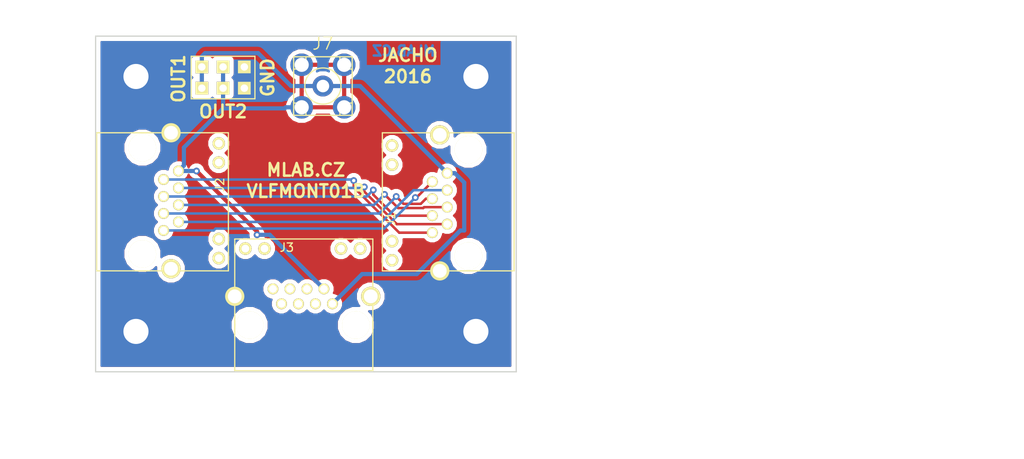
<source format=kicad_pcb>
(kicad_pcb (version 20160815) (host pcbnew "(2016-09-17 revision 679eef1)-makepkg")

  (general
    (links 26)
    (no_connects 1)
    (area -11.176 -44.704 111.252001 10.160001)
    (thickness 1.6)
    (drawings 12)
    (tracks 86)
    (zones 0)
    (modules 9)
    (nets 11)
  )

  (page A4)
  (layers
    (0 F.Cu signal)
    (31 B.Cu signal)
    (32 B.Adhes user)
    (33 F.Adhes user)
    (34 B.Paste user)
    (35 F.Paste user)
    (36 B.SilkS user)
    (37 F.SilkS user)
    (38 B.Mask user)
    (39 F.Mask user)
    (40 Dwgs.User user)
    (41 Cmts.User user)
    (42 Eco1.User user)
    (43 Eco2.User user)
    (44 Edge.Cuts user)
    (45 Margin user)
    (46 B.CrtYd user)
    (47 F.CrtYd user)
    (48 B.Fab user)
    (49 F.Fab user)
  )

  (setup
    (last_trace_width 0.3)
    (user_trace_width 0.3)
    (user_trace_width 0.5)
    (user_trace_width 0.8)
    (user_trace_width 0.9)
    (user_trace_width 1)
    (user_trace_width 1.2)
    (user_trace_width 1.5)
    (user_trace_width 2)
    (trace_clearance 0.2)
    (zone_clearance 0.508)
    (zone_45_only no)
    (trace_min 0.2)
    (segment_width 0.2)
    (edge_width 0.15)
    (via_size 0.8)
    (via_drill 0.4)
    (via_min_size 0.4)
    (via_min_drill 0.3)
    (uvia_size 0.3)
    (uvia_drill 0.1)
    (uvias_allowed no)
    (uvia_min_size 0.2)
    (uvia_min_drill 0.1)
    (pcb_text_width 0.3)
    (pcb_text_size 1.5 1.5)
    (mod_edge_width 0.15)
    (mod_text_size 1 1)
    (mod_text_width 0.15)
    (pad_size 6 6)
    (pad_drill 3)
    (pad_to_mask_clearance 0.2)
    (solder_mask_min_width 0.2)
    (aux_axis_origin 0 0)
    (visible_elements 7FFFFF7F)
    (pcbplotparams
      (layerselection 0x010e0_80000001)
      (usegerberextensions false)
      (excludeedgelayer true)
      (linewidth 0.500000)
      (plotframeref false)
      (viasonmask false)
      (mode 1)
      (useauxorigin false)
      (hpglpennumber 1)
      (hpglpenspeed 20)
      (hpglpendiameter 15)
      (psnegative false)
      (psa4output false)
      (plotreference true)
      (plotvalue true)
      (plotinvisibletext false)
      (padsonsilk false)
      (subtractmaskfromsilk false)
      (outputformat 1)
      (mirror false)
      (drillshape 0)
      (scaleselection 1)
      (outputdirectory ../CAM_PROFI/))
  )

  (net 0 "")
  (net 1 /OUT1)
  (net 2 GND)
  (net 3 /OUT2)
  (net 4 "Net-(J1-Pad2)")
  (net 5 "Net-(J1-Pad4)")
  (net 6 "Net-(J1-Pad6)")
  (net 7 "Net-(J1-Pad8)")
  (net 8 "Net-(J1-Pad3)")
  (net 9 "Net-(J1-Pad5)")
  (net 10 "Net-(J1-Pad7)")

  (net_class Default "Toto je výchozí třída sítě."
    (clearance 0.2)
    (trace_width 0.2)
    (via_dia 0.8)
    (via_drill 0.4)
    (uvia_dia 0.3)
    (uvia_drill 0.1)
    (diff_pair_gap 0.25)
    (diff_pair_width 0.2)
    (add_net /OUT1)
    (add_net /OUT2)
    (add_net GND)
    (add_net "Net-(J1-Pad2)")
    (add_net "Net-(J1-Pad3)")
    (add_net "Net-(J1-Pad4)")
    (add_net "Net-(J1-Pad5)")
    (add_net "Net-(J1-Pad6)")
    (add_net "Net-(J1-Pad7)")
    (add_net "Net-(J1-Pad8)")
  )

  (module Mlab_CON:SMA6251A13G50 (layer F.Cu) (tedit 5817196E) (tstamp 57D67175)
    (at 27.432 -34.417)
    (path /57D68C46)
    (fp_text reference J7 (at 0 -5.1) (layer F.SilkS)
      (effects (font (size 1.5 1.5) (thickness 0.15)))
    )
    (fp_text value SMA (at 0 5.1) (layer F.SilkS) hide
      (effects (font (size 1.5 1.5) (thickness 0.15)))
    )
    (fp_circle (center 0 0) (end -0.11 -2.16) (layer F.SilkS) (width 0.15))
    (fp_line (start 2.03 3.05) (end 3.05 3.05) (layer F.SilkS) (width 0.15))
    (fp_line (start 3.05 3.05) (end 3.05 2.03) (layer F.SilkS) (width 0.15))
    (fp_line (start -2.03 3.05) (end -3.05 3.05) (layer F.SilkS) (width 0.15))
    (fp_line (start -3.05 3.05) (end -3.05 2.03) (layer F.SilkS) (width 0.15))
    (fp_line (start -2.03 -3.05) (end -3.05 -3.05) (layer F.SilkS) (width 0.15))
    (fp_line (start -3.05 -3.05) (end -3.05 -2.03) (layer F.SilkS) (width 0.15))
    (fp_line (start 3.05 -3.05) (end 3.05 -2.03) (layer F.SilkS) (width 0.15))
    (fp_line (start 3.05 -3.05) (end 2.03 -3.05) (layer F.SilkS) (width 0.15))
    (fp_line (start 2.03 3.5) (end 2.03 2.03) (layer F.SilkS) (width 0.15))
    (fp_line (start 2.03 2.03) (end 3.5 2.03) (layer F.SilkS) (width 0.15))
    (fp_line (start -2.03 2.03) (end -2.03 3.5) (layer F.SilkS) (width 0.15))
    (fp_line (start -3.5 2.03) (end -2.03 2.03) (layer F.SilkS) (width 0.15))
    (fp_line (start 2.03 -3.5) (end 2.03 -2.03) (layer F.SilkS) (width 0.15))
    (fp_line (start 2.03 -2.03) (end 3.5 -2.03) (layer F.SilkS) (width 0.15))
    (fp_line (start -2.03 -3.5) (end -2.03 -2.03) (layer F.SilkS) (width 0.15))
    (fp_line (start -2.03 -2.03) (end -3.5 -2.03) (layer F.SilkS) (width 0.15))
    (fp_line (start -3.5 3.5) (end 3.5 3.5) (layer F.SilkS) (width 0.15))
    (fp_line (start 3.5 3.5) (end 3.5 -3.5) (layer F.SilkS) (width 0.15))
    (fp_line (start 3.5 -3.5) (end -3.5 -3.5) (layer F.SilkS) (width 0.15))
    (fp_line (start -3.5 -3.5) (end -3.5 3.5) (layer F.SilkS) (width 0.15))
    (pad 1 thru_hole circle (at 0 0 180) (size 2.5 2.5) (drill 1.5) (layers *.Cu *.Mask)
      (net 1 /OUT1))
    (pad 2 thru_hole circle (at 2.54 2.54 180) (size 2.7 2.7) (drill 1.7) (layers *.Cu *.Mask)
      (net 3 /OUT2))
    (pad 2 thru_hole circle (at -2.54 2.54 180) (size 2.7 2.7) (drill 1.7) (layers *.Cu *.Mask)
      (net 3 /OUT2))
    (pad 2 thru_hole circle (at -2.54 -2.54 180) (size 2.7 2.7) (drill 1.7) (layers *.Cu *.Mask)
      (net 3 /OUT2))
    (pad 2 thru_hole circle (at 2.54 -2.54 180) (size 2.7 2.7) (drill 1.7) (layers *.Cu *.Mask)
      (net 3 /OUT2))
  )

  (module Mlab_Pin_Headers:Straight_2x03 (layer F.Cu) (tedit 58171A22) (tstamp 57D67186)
    (at 15.494 -35.433 90)
    (descr "pin header straight 2x03")
    (tags "pin header straight 2x03")
    (path /57D697CE)
    (fp_text reference J9 (at 0 -5.08 90) (layer F.SilkS) hide
      (effects (font (size 1.5 1.5) (thickness 0.15)))
    )
    (fp_text value JUMP_3X2 (at 0 5.08 90) (layer F.SilkS) hide
      (effects (font (size 1.5 1.5) (thickness 0.15)))
    )
    (fp_text user 1 (at -2.921 -2.54 90) (layer F.SilkS) hide
      (effects (font (size 0.5 0.5) (thickness 0.05)))
    )
    (fp_line (start -2.54 -3.81) (end 2.54 -3.81) (layer F.SilkS) (width 0.15))
    (fp_line (start 2.54 -3.81) (end 2.54 3.81) (layer F.SilkS) (width 0.15))
    (fp_line (start 2.54 3.81) (end -2.54 3.81) (layer F.SilkS) (width 0.15))
    (fp_line (start -2.54 3.81) (end -2.54 -3.81) (layer F.SilkS) (width 0.15))
    (pad 1 thru_hole rect (at -1.27 -2.54 90) (size 1.524 1.524) (drill 0.889) (layers *.Cu *.Mask F.SilkS)
      (net 1 /OUT1))
    (pad 2 thru_hole rect (at 1.27 -2.54 90) (size 1.524 1.524) (drill 0.889) (layers *.Cu *.Mask F.SilkS)
      (net 1 /OUT1))
    (pad 3 thru_hole rect (at -1.27 0 90) (size 1.524 1.524) (drill 0.889) (layers *.Cu *.Mask F.SilkS)
      (net 3 /OUT2))
    (pad 4 thru_hole rect (at 1.27 0 90) (size 1.524 1.524) (drill 0.889) (layers *.Cu *.Mask F.SilkS)
      (net 3 /OUT2))
    (pad 5 thru_hole rect (at -1.27 2.54 90) (size 1.524 1.524) (drill 0.889) (layers *.Cu *.Mask F.SilkS)
      (net 2 GND))
    (pad 6 thru_hole rect (at 1.27 2.54 90) (size 1.524 1.524) (drill 0.889) (layers *.Cu *.Mask F.SilkS)
      (net 2 GND))
    (model Pin_Headers/Pin_Header_Straight_2x03.wrl
      (at (xyz 0 0 0))
      (scale (xyz 1 1 1))
      (rotate (xyz 0 0 90))
    )
  )

  (module Mlab_Mechanical:MountingHole_3mm placed (layer F.Cu) (tedit 5817196E) (tstamp 57D6718B)
    (at 45.72 -35.56)
    (descr "Mounting hole, Befestigungsbohrung, 3mm, No Annular, Kein Restring,")
    (tags "Mounting hole, Befestigungsbohrung, 3mm, No Annular, Kein Restring,")
    (path /57D299A2)
    (fp_text reference M1 (at 0 -4.191) (layer F.SilkS) hide
      (effects (font (thickness 0.3048)))
    )
    (fp_text value HOLE (at 0 4.191) (layer F.SilkS) hide
      (effects (font (thickness 0.3048)))
    )
    (fp_circle (center 0 0) (end 2.99974 0) (layer Cmts.User) (width 0.381))
    (pad 1 thru_hole circle (at 0 0) (size 6 6) (drill 3) (layers *.Cu *.Adhes *.Mask)
      (net 2 GND) (clearance 1) (zone_connect 2))
  )

  (module Mlab_Mechanical:MountingHole_3mm placed (layer F.Cu) (tedit 5817196E) (tstamp 57D67190)
    (at 45.72 -5.08)
    (descr "Mounting hole, Befestigungsbohrung, 3mm, No Annular, Kein Restring,")
    (tags "Mounting hole, Befestigungsbohrung, 3mm, No Annular, Kein Restring,")
    (path /57D2A387)
    (fp_text reference M2 (at 0 -4.191) (layer F.SilkS) hide
      (effects (font (thickness 0.3048)))
    )
    (fp_text value HOLE (at 0 4.191) (layer F.SilkS) hide
      (effects (font (thickness 0.3048)))
    )
    (fp_circle (center 0 0) (end 2.99974 0) (layer Cmts.User) (width 0.381))
    (pad 1 thru_hole circle (at 0 0) (size 6 6) (drill 3) (layers *.Cu *.Adhes *.Mask)
      (net 2 GND) (clearance 1) (zone_connect 2))
  )

  (module Mlab_Mechanical:MountingHole_3mm placed (layer F.Cu) (tedit 5817196E) (tstamp 57D67195)
    (at 5.08 -35.56)
    (descr "Mounting hole, Befestigungsbohrung, 3mm, No Annular, Kein Restring,")
    (tags "Mounting hole, Befestigungsbohrung, 3mm, No Annular, Kein Restring,")
    (path /57D2A075)
    (fp_text reference M3 (at 0 -4.191) (layer F.SilkS) hide
      (effects (font (thickness 0.3048)))
    )
    (fp_text value HOLE (at 0 4.191) (layer F.SilkS) hide
      (effects (font (thickness 0.3048)))
    )
    (fp_circle (center 0 0) (end 2.99974 0) (layer Cmts.User) (width 0.381))
    (pad 1 thru_hole circle (at 0 0) (size 6 6) (drill 3) (layers *.Cu *.Adhes *.Mask)
      (net 2 GND) (clearance 1) (zone_connect 2))
  )

  (module Mlab_Mechanical:MountingHole_3mm placed (layer F.Cu) (tedit 5817196E) (tstamp 57D6719A)
    (at 5.08 -5.08)
    (descr "Mounting hole, Befestigungsbohrung, 3mm, No Annular, Kein Restring,")
    (tags "Mounting hole, Befestigungsbohrung, 3mm, No Annular, Kein Restring,")
    (path /57D2A395)
    (fp_text reference M4 (at 0 -4.191) (layer F.SilkS) hide
      (effects (font (thickness 0.3048)))
    )
    (fp_text value HOLE (at 0 4.191) (layer F.SilkS) hide
      (effects (font (thickness 0.3048)))
    )
    (fp_circle (center 0 0) (end 2.99974 0) (layer Cmts.User) (width 0.381))
    (pad 1 thru_hole circle (at 0 0) (size 6 6) (drill 3) (layers *.Cu *.Adhes *.Mask)
      (net 2 GND) (clearance 1) (zone_connect 2))
  )

  (module "Mlab_CON:RJHSE-5384(RJ45)" (layer F.Cu) (tedit 5817196E) (tstamp 58171224)
    (at 44.831 -14.097 90)
    (path /58170EC6)
    (fp_text reference J1 (at 4.445 -9.271 90) (layer F.SilkS)
      (effects (font (size 1 1) (thickness 0.15)))
    )
    (fp_text value RJ45_RJHSE-5384 (at 6.4516 4.1275 90) (layer F.Fab) hide
      (effects (font (size 1 1) (thickness 0.15)))
    )
    (fp_line (start -1.78 -10.27) (end -1.78 5.46) (layer F.SilkS) (width 0.15))
    (fp_line (start -1.78 5.46) (end 14.73 5.46) (layer F.SilkS) (width 0.15))
    (fp_line (start 14.73 5.46) (end 14.73 -10.29) (layer F.SilkS) (width 0.15))
    (fp_line (start 14.73 -10.29) (end -1.78 -10.29) (layer F.SilkS) (width 0.15))
    (pad "" np_thru_hole circle (at 0 0 90) (size 3.3 3.3) (drill 3.3) (layers *.Cu *.Mask F.SilkS))
    (pad "" np_thru_hole circle (at 12.7 0 90) (size 3.3 3.3) (drill 3.3) (layers *.Cu *.Mask F.SilkS))
    (pad 14 thru_hole circle (at 14.48 -3.43 90) (size 2.3 2.3) (drill 1.65) (layers *.Cu *.Mask F.SilkS))
    (pad 13 thru_hole circle (at -1.78 -3.43 90) (size 2.3 2.3) (drill 1.65) (layers *.Cu *.Mask F.SilkS)
      (net 2 GND))
    (pad 7 thru_hole circle (at 3.81 -2.54 90) (size 1.3 1.3) (drill 0.93) (layers *.Cu *.Mask F.SilkS)
      (net 10 "Net-(J1-Pad7)"))
    (pad 5 thru_hole circle (at 5.84 -2.54 90) (size 1.3 1.3) (drill 0.93) (layers *.Cu *.Mask F.SilkS)
      (net 9 "Net-(J1-Pad5)"))
    (pad 3 thru_hole circle (at 7.87 -2.54 90) (size 1.3 1.3) (drill 0.93) (layers *.Cu *.Mask F.SilkS)
      (net 8 "Net-(J1-Pad3)"))
    (pad 1 thru_hole circle (at 9.9 -2.54 90) (size 1.3 1.3) (drill 0.93) (layers *.Cu *.Mask F.SilkS)
      (net 1 /OUT1))
    (pad 8 thru_hole circle (at 2.79 -4.32 90) (size 1.3 1.3) (drill 0.93) (layers *.Cu *.Mask F.SilkS)
      (net 7 "Net-(J1-Pad8)"))
    (pad 6 thru_hole circle (at 4.82 -4.32 90) (size 1.3 1.3) (drill 0.93) (layers *.Cu *.Mask F.SilkS)
      (net 6 "Net-(J1-Pad6)"))
    (pad 4 thru_hole circle (at 6.85 -4.32 90) (size 1.3 1.3) (drill 0.93) (layers *.Cu *.Mask F.SilkS)
      (net 5 "Net-(J1-Pad4)"))
    (pad 2 thru_hole circle (at 8.88 -4.32 90) (size 1.3 1.3) (drill 0.93) (layers *.Cu *.Mask F.SilkS)
      (net 4 "Net-(J1-Pad2)"))
    (pad 9 thru_hole circle (at 13.21 -9.14 90) (size 1.5 1.5) (drill 0.93) (layers *.Cu *.Mask F.SilkS))
    (pad 10 thru_hole circle (at 10.92 -9.14 90) (size 1.5 1.5) (drill 0.93) (layers *.Cu *.Mask F.SilkS))
    (pad 11 thru_hole circle (at 1.78 -9.14 90) (size 1.5 1.5) (drill 0.93) (layers *.Cu *.Mask F.SilkS))
    (pad 12 thru_hole circle (at -0.51 -9.14 90) (size 1.5 1.5) (drill 0.93) (layers *.Cu *.Mask F.SilkS))
  )

  (module "Mlab_CON:RJHSE-5384(RJ45)" (layer F.Cu) (tedit 5817196E) (tstamp 5817123B)
    (at 5.842 -27.051 270)
    (path /58171334)
    (fp_text reference J2 (at 4.445 -9.271 270) (layer F.SilkS)
      (effects (font (size 1 1) (thickness 0.15)))
    )
    (fp_text value RJ45_RJHSE-5384 (at 6.4516 4.1275 270) (layer F.Fab) hide
      (effects (font (size 1 1) (thickness 0.15)))
    )
    (fp_line (start 14.73 -10.29) (end -1.78 -10.29) (layer F.SilkS) (width 0.15))
    (fp_line (start 14.73 5.46) (end 14.73 -10.29) (layer F.SilkS) (width 0.15))
    (fp_line (start -1.78 5.46) (end 14.73 5.46) (layer F.SilkS) (width 0.15))
    (fp_line (start -1.78 -10.27) (end -1.78 5.46) (layer F.SilkS) (width 0.15))
    (pad 12 thru_hole circle (at -0.51 -9.14 270) (size 1.5 1.5) (drill 0.93) (layers *.Cu *.Mask F.SilkS))
    (pad 11 thru_hole circle (at 1.78 -9.14 270) (size 1.5 1.5) (drill 0.93) (layers *.Cu *.Mask F.SilkS))
    (pad 10 thru_hole circle (at 10.92 -9.14 270) (size 1.5 1.5) (drill 0.93) (layers *.Cu *.Mask F.SilkS))
    (pad 9 thru_hole circle (at 13.21 -9.14 270) (size 1.5 1.5) (drill 0.93) (layers *.Cu *.Mask F.SilkS))
    (pad 2 thru_hole circle (at 8.88 -4.32 270) (size 1.3 1.3) (drill 0.93) (layers *.Cu *.Mask F.SilkS)
      (net 8 "Net-(J1-Pad3)"))
    (pad 4 thru_hole circle (at 6.85 -4.32 270) (size 1.3 1.3) (drill 0.93) (layers *.Cu *.Mask F.SilkS)
      (net 9 "Net-(J1-Pad5)"))
    (pad 6 thru_hole circle (at 4.82 -4.32 270) (size 1.3 1.3) (drill 0.93) (layers *.Cu *.Mask F.SilkS)
      (net 10 "Net-(J1-Pad7)"))
    (pad 8 thru_hole circle (at 2.79 -4.32 270) (size 1.3 1.3) (drill 0.93) (layers *.Cu *.Mask F.SilkS)
      (net 3 /OUT2))
    (pad 1 thru_hole circle (at 9.9 -2.54 270) (size 1.3 1.3) (drill 0.93) (layers *.Cu *.Mask F.SilkS)
      (net 4 "Net-(J1-Pad2)"))
    (pad 3 thru_hole circle (at 7.87 -2.54 270) (size 1.3 1.3) (drill 0.93) (layers *.Cu *.Mask F.SilkS)
      (net 5 "Net-(J1-Pad4)"))
    (pad 5 thru_hole circle (at 5.84 -2.54 270) (size 1.3 1.3) (drill 0.93) (layers *.Cu *.Mask F.SilkS)
      (net 6 "Net-(J1-Pad6)"))
    (pad 7 thru_hole circle (at 3.81 -2.54 270) (size 1.3 1.3) (drill 0.93) (layers *.Cu *.Mask F.SilkS)
      (net 7 "Net-(J1-Pad8)"))
    (pad 13 thru_hole circle (at -1.78 -3.43 270) (size 2.3 2.3) (drill 1.65) (layers *.Cu *.Mask F.SilkS)
      (net 2 GND))
    (pad 14 thru_hole circle (at 14.48 -3.43 270) (size 2.3 2.3) (drill 1.65) (layers *.Cu *.Mask F.SilkS))
    (pad "" np_thru_hole circle (at 12.7 0 270) (size 3.3 3.3) (drill 3.3) (layers *.Cu *.Mask F.SilkS))
    (pad "" np_thru_hole circle (at 0 0 270) (size 3.3 3.3) (drill 3.3) (layers *.Cu *.Mask F.SilkS))
  )

  (module "Mlab_CON:RJHSE-5384(RJ45)" (layer F.Cu) (tedit 5817196E) (tstamp 58171252)
    (at 18.669 -5.842)
    (path /58171450)
    (fp_text reference J3 (at 4.445 -9.271) (layer F.SilkS)
      (effects (font (size 1 1) (thickness 0.15)))
    )
    (fp_text value RJ45_RJHSE-5384 (at 6.4516 4.1275) (layer F.Fab) hide
      (effects (font (size 1 1) (thickness 0.15)))
    )
    (fp_line (start -1.78 -10.27) (end -1.78 5.46) (layer F.SilkS) (width 0.15))
    (fp_line (start -1.78 5.46) (end 14.73 5.46) (layer F.SilkS) (width 0.15))
    (fp_line (start 14.73 5.46) (end 14.73 -10.29) (layer F.SilkS) (width 0.15))
    (fp_line (start 14.73 -10.29) (end -1.78 -10.29) (layer F.SilkS) (width 0.15))
    (pad "" np_thru_hole circle (at 0 0) (size 3.3 3.3) (drill 3.3) (layers *.Cu *.Mask F.SilkS))
    (pad "" np_thru_hole circle (at 12.7 0) (size 3.3 3.3) (drill 3.3) (layers *.Cu *.Mask F.SilkS))
    (pad 14 thru_hole circle (at 14.48 -3.43) (size 2.3 2.3) (drill 1.65) (layers *.Cu *.Mask F.SilkS))
    (pad 13 thru_hole circle (at -1.78 -3.43) (size 2.3 2.3) (drill 1.65) (layers *.Cu *.Mask F.SilkS)
      (net 2 GND))
    (pad 7 thru_hole circle (at 3.81 -2.54) (size 1.3 1.3) (drill 0.93) (layers *.Cu *.Mask F.SilkS))
    (pad 5 thru_hole circle (at 5.84 -2.54) (size 1.3 1.3) (drill 0.93) (layers *.Cu *.Mask F.SilkS))
    (pad 3 thru_hole circle (at 7.87 -2.54) (size 1.3 1.3) (drill 0.93) (layers *.Cu *.Mask F.SilkS))
    (pad 1 thru_hole circle (at 9.9 -2.54) (size 1.3 1.3) (drill 0.93) (layers *.Cu *.Mask F.SilkS)
      (net 1 /OUT1))
    (pad 8 thru_hole circle (at 2.79 -4.32) (size 1.3 1.3) (drill 0.93) (layers *.Cu *.Mask F.SilkS))
    (pad 6 thru_hole circle (at 4.82 -4.32) (size 1.3 1.3) (drill 0.93) (layers *.Cu *.Mask F.SilkS))
    (pad 4 thru_hole circle (at 6.85 -4.32) (size 1.3 1.3) (drill 0.93) (layers *.Cu *.Mask F.SilkS))
    (pad 2 thru_hole circle (at 8.88 -4.32) (size 1.3 1.3) (drill 0.93) (layers *.Cu *.Mask F.SilkS)
      (net 3 /OUT2))
    (pad 9 thru_hole circle (at 13.21 -9.14) (size 1.5 1.5) (drill 0.93) (layers *.Cu *.Mask F.SilkS))
    (pad 10 thru_hole circle (at 10.92 -9.14) (size 1.5 1.5) (drill 0.93) (layers *.Cu *.Mask F.SilkS))
    (pad 11 thru_hole circle (at 1.78 -9.14) (size 1.5 1.5) (drill 0.93) (layers *.Cu *.Mask F.SilkS))
    (pad 12 thru_hole circle (at -0.51 -9.14) (size 1.5 1.5) (drill 0.93) (layers *.Cu *.Mask F.SilkS))
  )

  (gr_text MLAB.CZ (at 37.084 -38.608) (layer B.Cu)
    (effects (font (size 1.2 1.2) (thickness 0.3)) (justify mirror))
  )
  (gr_text 2016 (at 37.592 -35.56) (layer F.SilkS)
    (effects (font (size 1.5 1.5) (thickness 0.3)))
  )
  (gr_text JACHO (at 37.592 -38.1) (layer F.SilkS)
    (effects (font (size 1.5 1.5) (thickness 0.3)))
  )
  (gr_text VLFMONT01B (at 25.4 -21.844) (layer F.SilkS)
    (effects (font (size 1.5 1.5) (thickness 0.3)))
  )
  (gr_text MLAB.CZ (at 25.4 -24.384) (layer F.SilkS)
    (effects (font (size 1.5 1.5) (thickness 0.3)))
  )
  (gr_text GND (at 20.828 -35.433 90) (layer F.SilkS)
    (effects (font (size 1.5 1.5) (thickness 0.3)))
  )
  (gr_text OUT2 (at 15.494 -31.369) (layer F.SilkS)
    (effects (font (size 1.5 1.5) (thickness 0.3)))
  )
  (gr_text OUT1 (at 10.16 -35.306 90) (layer F.SilkS)
    (effects (font (size 1.5 1.5) (thickness 0.3)))
  )
  (gr_line (start 0.254 -0.254) (end 0.254 -40.386) (angle 90) (layer Edge.Cuts) (width 0.15))
  (gr_line (start 50.546 -0.254) (end 0.254 -0.254) (angle 90) (layer Edge.Cuts) (width 0.15))
  (gr_line (start 50.546 -40.386) (end 50.546 -0.254) (angle 90) (layer Edge.Cuts) (width 0.15))
  (gr_line (start 0.254 -40.386) (end 50.546 -40.386) (angle 90) (layer Edge.Cuts) (width 0.15))

  (segment (start 42.291 -23.997) (end 31.871 -34.417) (width 0.5) (layer B.Cu) (net 1))
  (segment (start 31.871 -34.417) (end 27.432 -34.417) (width 0.5) (layer B.Cu) (net 1))
  (segment (start 38.653998 -11.938) (end 32.125 -11.938) (width 0.5) (layer B.Cu) (net 1))
  (segment (start 32.125 -11.938) (end 28.569 -8.382) (width 0.5) (layer B.Cu) (net 1))
  (segment (start 44.323 -17.145) (end 43.860998 -17.145) (width 0.5) (layer B.Cu) (net 1))
  (segment (start 43.860998 -17.145) (end 38.653998 -11.938) (width 0.5) (layer B.Cu) (net 1))
  (segment (start 44.323 -22.884238) (end 44.323 -17.145) (width 0.5) (layer B.Cu) (net 1))
  (segment (start 42.291 -23.997) (end 43.210238 -23.997) (width 0.5) (layer B.Cu) (net 1))
  (segment (start 43.210238 -23.997) (end 44.323 -22.884238) (width 0.5) (layer B.Cu) (net 1))
  (segment (start 12.954 -34.163) (end 12.954 -36.703) (width 0.5) (layer B.Cu) (net 1))
  (segment (start 19.685 -38.354) (end 13.343 -38.354) (width 0.5) (layer B.Cu) (net 1))
  (segment (start 13.343 -38.354) (end 12.954 -37.965) (width 0.5) (layer B.Cu) (net 1))
  (segment (start 12.954 -37.965) (end 12.954 -36.703) (width 0.5) (layer B.Cu) (net 1))
  (segment (start 23.622 -34.417) (end 19.685 -38.354) (width 0.5) (layer B.Cu) (net 1))
  (segment (start 27.432 -34.417) (end 23.622 -34.417) (width 0.5) (layer B.Cu) (net 1))
  (segment (start 19.558 -16.630001) (end 21.080999 -16.630001) (width 0.5) (layer B.Cu) (net 3))
  (segment (start 21.080999 -16.630001) (end 27.549 -10.162) (width 0.5) (layer B.Cu) (net 3))
  (segment (start 12.319 -24.257) (end 19.558 -17.018) (width 0.5) (layer F.Cu) (net 3))
  (segment (start 19.558 -17.018) (end 19.558 -16.630001) (width 0.5) (layer F.Cu) (net 3))
  (via (at 19.558 -16.630001) (size 0.8) (drill 0.4) (layers F.Cu B.Cu) (net 3))
  (segment (start 10.162 -24.261) (end 12.315 -24.261) (width 0.5) (layer B.Cu) (net 3))
  (segment (start 12.315 -24.261) (end 12.319 -24.257) (width 0.5) (layer B.Cu) (net 3))
  (via (at 12.319 -24.257) (size 0.8) (drill 0.4) (layers F.Cu B.Cu) (net 3))
  (segment (start 24.892 -31.877) (end 22.982812 -31.877) (width 0.5) (layer B.Cu) (net 3))
  (segment (start 22.982812 -31.877) (end 22.855812 -31.75) (width 0.5) (layer B.Cu) (net 3))
  (segment (start 22.855812 -31.75) (end 15.494 -31.75) (width 0.5) (layer B.Cu) (net 3))
  (segment (start 24.892 -31.877) (end 24.892 -33.786188) (width 0.5) (layer F.Cu) (net 3))
  (segment (start 24.892 -33.786188) (end 24.892 -36.957) (width 0.5) (layer F.Cu) (net 3))
  (segment (start 29.972 -31.877) (end 24.892 -31.877) (width 0.5) (layer F.Cu) (net 3))
  (segment (start 29.972 -36.957) (end 29.972 -35.047812) (width 0.5) (layer F.Cu) (net 3))
  (segment (start 29.972 -35.047812) (end 29.972 -31.877) (width 0.5) (layer F.Cu) (net 3))
  (segment (start 24.892 -36.957) (end 29.972 -36.957) (width 0.5) (layer F.Cu) (net 3))
  (segment (start 15.494 -34.163) (end 15.494 -36.703) (width 0.5) (layer B.Cu) (net 3))
  (segment (start 10.811999 -27.067999) (end 15.494 -31.75) (width 0.5) (layer B.Cu) (net 3))
  (segment (start 15.494 -31.75) (end 15.494 -34.163) (width 0.5) (layer B.Cu) (net 3))
  (segment (start 10.162 -24.261) (end 10.811999 -24.910999) (width 0.5) (layer B.Cu) (net 3))
  (segment (start 10.811999 -24.910999) (end 10.811999 -27.067999) (width 0.5) (layer B.Cu) (net 3))
  (segment (start 40.511 -22.977) (end 38.616 -21.082) (width 0.3) (layer F.Cu) (net 4))
  (via (at 38.481 -21.082) (size 0.8) (drill 0.4) (layers F.Cu B.Cu) (net 4))
  (segment (start 38.616 -21.082) (end 38.481 -21.082) (width 0.3) (layer F.Cu) (net 4))
  (segment (start 8.382 -17.151) (end 14.373998 -17.151) (width 0.3) (layer B.Cu) (net 4))
  (segment (start 14.373998 -17.151) (end 14.602999 -17.380001) (width 0.3) (layer B.Cu) (net 4))
  (segment (start 34.779001 -17.380001) (end 38.081001 -20.682001) (width 0.3) (layer B.Cu) (net 4))
  (segment (start 14.602999 -17.380001) (end 34.779001 -17.380001) (width 0.3) (layer B.Cu) (net 4))
  (segment (start 38.081001 -20.682001) (end 38.481 -21.082) (width 0.3) (layer B.Cu) (net 4))
  (segment (start 40.511 -20.947) (end 39.743 -20.947) (width 0.3) (layer F.Cu) (net 5))
  (segment (start 39.743 -20.947) (end 39.127993 -20.331993) (width 0.3) (layer F.Cu) (net 5))
  (segment (start 39.127993 -20.331993) (end 37.072007 -20.331993) (width 0.3) (layer F.Cu) (net 5))
  (segment (start 37.072007 -20.331993) (end 36.594999 -20.809001) (width 0.3) (layer F.Cu) (net 5))
  (segment (start 36.594999 -20.809001) (end 36.195 -21.209) (width 0.3) (layer F.Cu) (net 5))
  (segment (start 35.795001 -20.809001) (end 36.195 -21.209) (width 0.3) (layer B.Cu) (net 5))
  (segment (start 34.167 -19.181) (end 35.795001 -20.809001) (width 0.3) (layer B.Cu) (net 5))
  (segment (start 8.382 -19.181) (end 34.167 -19.181) (width 0.3) (layer B.Cu) (net 5))
  (via (at 36.195 -21.209) (size 0.8) (drill 0.4) (layers F.Cu B.Cu) (net 5))
  (segment (start 33.455463 -21.426035) (end 33.455463 -21.99172) (width 0.3) (layer F.Cu) (net 6))
  (segment (start 35.964498 -18.917) (end 33.455463 -21.426035) (width 0.3) (layer F.Cu) (net 6))
  (segment (start 40.511 -18.917) (end 35.964498 -18.917) (width 0.3) (layer F.Cu) (net 6))
  (segment (start 32.674743 -21.211) (end 33.055464 -21.591721) (width 0.3) (layer B.Cu) (net 6))
  (segment (start 8.382 -21.211) (end 32.674743 -21.211) (width 0.3) (layer B.Cu) (net 6))
  (via (at 33.455463 -21.99172) (size 0.8) (drill 0.4) (layers F.Cu B.Cu) (net 6))
  (segment (start 33.055464 -21.591721) (end 33.455463 -21.99172) (width 0.3) (layer B.Cu) (net 6))
  (segment (start 31.115 -22.548315) (end 31.115 -23.114) (width 0.3) (layer F.Cu) (net 7))
  (segment (start 31.115 -22.319002) (end 31.115 -22.548315) (width 0.3) (layer F.Cu) (net 7))
  (segment (start 36.547002 -16.887) (end 31.115 -22.319002) (width 0.3) (layer F.Cu) (net 7))
  (segment (start 40.511 -16.887) (end 36.547002 -16.887) (width 0.3) (layer F.Cu) (net 7))
  (segment (start 30.988 -23.241) (end 31.115 -23.114) (width 0.3) (layer B.Cu) (net 7))
  (segment (start 8.382 -23.241) (end 30.988 -23.241) (width 0.3) (layer B.Cu) (net 7))
  (via (at 31.115 -23.114) (size 0.8) (drill 0.4) (layers F.Cu B.Cu) (net 7))
  (segment (start 10.162 -18.171) (end 34.459996 -18.171) (width 0.3) (layer B.Cu) (net 8))
  (segment (start 34.459996 -18.171) (end 38.255996 -21.967) (width 0.3) (layer B.Cu) (net 8))
  (segment (start 38.255996 -21.967) (end 42.291 -21.967) (width 0.3) (layer B.Cu) (net 8))
  (segment (start 35.197999 -21.062997) (end 34.798 -21.462996) (width 0.3) (layer F.Cu) (net 9))
  (segment (start 42.291 -19.937) (end 39.534128 -19.937) (width 0.3) (layer F.Cu) (net 9))
  (segment (start 33.536004 -20.201) (end 34.398001 -21.062997) (width 0.3) (layer B.Cu) (net 9))
  (segment (start 36.429012 -19.831984) (end 35.197999 -21.062997) (width 0.3) (layer F.Cu) (net 9))
  (via (at 34.798 -21.462996) (size 0.8) (drill 0.4) (layers F.Cu B.Cu) (net 9))
  (segment (start 10.162 -20.201) (end 33.536004 -20.201) (width 0.3) (layer B.Cu) (net 9))
  (segment (start 39.429112 -19.831984) (end 36.429012 -19.831984) (width 0.3) (layer F.Cu) (net 9))
  (segment (start 39.534128 -19.937) (end 39.429112 -19.831984) (width 0.3) (layer F.Cu) (net 9))
  (segment (start 34.398001 -21.062997) (end 34.798 -21.462996) (width 0.3) (layer B.Cu) (net 9))
  (segment (start 36.264311 -17.907) (end 32.385 -21.786311) (width 0.3) (layer F.Cu) (net 10))
  (segment (start 42.291 -17.907) (end 36.264311 -17.907) (width 0.3) (layer F.Cu) (net 10))
  (segment (start 32.385 -21.786311) (end 32.385 -22.351996) (width 0.3) (layer F.Cu) (net 10))
  (segment (start 10.162 -22.231) (end 32.264004 -22.231) (width 0.3) (layer B.Cu) (net 10))
  (segment (start 32.264004 -22.231) (end 32.385 -22.351996) (width 0.3) (layer B.Cu) (net 10))
  (via (at 32.385 -22.351996) (size 0.8) (drill 0.4) (layers F.Cu B.Cu) (net 10))

  (zone (net 2) (net_name GND) (layer F.Cu) (tstamp 0) (hatch edge 0.508)
    (connect_pads yes (clearance 0.508))
    (min_thickness 0.254)
    (fill yes (arc_segments 16) (thermal_gap 0.508) (thermal_bridge_width 0.508))
    (polygon
      (pts
        (xy -1.016 -41.656) (xy 88.392 -41.656) (xy 88.392 2.032) (xy -2.54 2.032)
      )
    )
    (filled_polygon
      (pts
        (xy 49.836 -0.964) (xy 0.964 -0.964) (xy 0.964 -5.389479) (xy 16.383604 -5.389479) (xy 16.730742 -4.549342)
        (xy 17.372961 -3.906001) (xy 18.212491 -3.557397) (xy 19.121521 -3.556604) (xy 19.961658 -3.903742) (xy 20.604999 -4.545961)
        (xy 20.953603 -5.385491) (xy 20.953606 -5.389479) (xy 29.083604 -5.389479) (xy 29.430742 -4.549342) (xy 30.072961 -3.906001)
        (xy 30.912491 -3.557397) (xy 31.821521 -3.556604) (xy 32.661658 -3.903742) (xy 33.304999 -4.545961) (xy 33.653603 -5.385491)
        (xy 33.654396 -6.294521) (xy 33.307258 -7.134658) (xy 32.955362 -7.487169) (xy 33.502501 -7.486691) (xy 34.1588 -7.757868)
        (xy 34.661367 -8.259559) (xy 34.933689 -8.915384) (xy 34.934309 -9.625501) (xy 34.663132 -10.2818) (xy 34.161441 -10.784367)
        (xy 33.505616 -11.056689) (xy 32.795499 -11.057309) (xy 32.1392 -10.786132) (xy 31.636633 -10.284441) (xy 31.364311 -9.628616)
        (xy 31.363691 -8.918499) (xy 31.634868 -8.2622) (xy 31.77018 -8.126651) (xy 30.916479 -8.127396) (xy 30.076342 -7.780258)
        (xy 29.433001 -7.138039) (xy 29.084397 -6.298509) (xy 29.083604 -5.389479) (xy 20.953606 -5.389479) (xy 20.954396 -6.294521)
        (xy 20.607258 -7.134658) (xy 19.965039 -7.777999) (xy 19.125509 -8.126603) (xy 18.216479 -8.127396) (xy 17.376342 -7.780258)
        (xy 16.733001 -7.138039) (xy 16.384397 -6.298509) (xy 16.383604 -5.389479) (xy 0.964 -5.389479) (xy 0.964 -9.907519)
        (xy 20.173777 -9.907519) (xy 20.368995 -9.435057) (xy 20.730155 -9.073265) (xy 21.202276 -8.877223) (xy 21.293224 -8.877144)
        (xy 21.194223 -8.638724) (xy 21.193777 -8.127519) (xy 21.388995 -7.655057) (xy 21.750155 -7.293265) (xy 22.222276 -7.097223)
        (xy 22.733481 -7.096777) (xy 23.205943 -7.291995) (xy 23.494186 -7.579734) (xy 23.780155 -7.293265) (xy 24.252276 -7.097223)
        (xy 24.763481 -7.096777) (xy 25.235943 -7.291995) (xy 25.524186 -7.579734) (xy 25.810155 -7.293265) (xy 26.282276 -7.097223)
        (xy 26.793481 -7.096777) (xy 27.265943 -7.291995) (xy 27.554186 -7.579734) (xy 27.840155 -7.293265) (xy 28.312276 -7.097223)
        (xy 28.823481 -7.096777) (xy 29.295943 -7.291995) (xy 29.657735 -7.653155) (xy 29.853777 -8.125276) (xy 29.854223 -8.636481)
        (xy 29.659005 -9.108943) (xy 29.297845 -9.470735) (xy 28.825724 -9.666777) (xy 28.734776 -9.666856) (xy 28.833777 -9.905276)
        (xy 28.834223 -10.416481) (xy 28.639005 -10.888943) (xy 28.277845 -11.250735) (xy 27.805724 -11.446777) (xy 27.294519 -11.447223)
        (xy 26.822057 -11.252005) (xy 26.533814 -10.964266) (xy 26.247845 -11.250735) (xy 25.775724 -11.446777) (xy 25.264519 -11.447223)
        (xy 24.792057 -11.252005) (xy 24.503814 -10.964266) (xy 24.217845 -11.250735) (xy 23.745724 -11.446777) (xy 23.234519 -11.447223)
        (xy 22.762057 -11.252005) (xy 22.473814 -10.964266) (xy 22.187845 -11.250735) (xy 21.715724 -11.446777) (xy 21.204519 -11.447223)
        (xy 20.732057 -11.252005) (xy 20.370265 -10.890845) (xy 20.174223 -10.418724) (xy 20.173777 -9.907519) (xy 0.964 -9.907519)
        (xy 0.964 -13.898479) (xy 3.556604 -13.898479) (xy 3.903742 -13.058342) (xy 4.545961 -12.415001) (xy 5.385491 -12.066397)
        (xy 6.294521 -12.065604) (xy 7.134658 -12.412742) (xy 7.487169 -12.764638) (xy 7.486691 -12.217499) (xy 7.757868 -11.5612)
        (xy 8.259559 -11.058633) (xy 8.915384 -10.786311) (xy 9.625501 -10.785691) (xy 10.2818 -11.056868) (xy 10.784367 -11.558559)
        (xy 11.056689 -12.214384) (xy 11.057309 -12.924501) (xy 10.786132 -13.5808) (xy 10.284441 -14.083367) (xy 9.628616 -14.355689)
        (xy 8.918499 -14.356309) (xy 8.2622 -14.085132) (xy 8.126651 -13.94982) (xy 8.127396 -14.803521) (xy 7.780258 -15.643658)
        (xy 7.567573 -15.856715) (xy 13.59676 -15.856715) (xy 13.807169 -15.347485) (xy 14.168313 -14.985711) (xy 13.808539 -14.626564)
        (xy 13.597241 -14.117702) (xy 13.59676 -13.566715) (xy 13.807169 -13.057485) (xy 14.196436 -12.667539) (xy 14.705298 -12.456241)
        (xy 15.256285 -12.45576) (xy 15.765515 -12.666169) (xy 16.155461 -13.055436) (xy 16.366759 -13.564298) (xy 16.36724 -14.115285)
        (xy 16.156831 -14.624515) (xy 15.795687 -14.986289) (xy 16.155461 -15.345436) (xy 16.366759 -15.854298) (xy 16.36724 -16.405285)
        (xy 16.156831 -16.914515) (xy 15.767564 -17.304461) (xy 15.258702 -17.515759) (xy 14.707715 -17.51624) (xy 14.198485 -17.305831)
        (xy 13.808539 -16.916564) (xy 13.597241 -16.407702) (xy 13.59676 -15.856715) (xy 7.567573 -15.856715) (xy 7.138039 -16.286999)
        (xy 6.298509 -16.635603) (xy 5.389479 -16.636396) (xy 4.549342 -16.289258) (xy 3.906001 -15.647039) (xy 3.557397 -14.807509)
        (xy 3.556604 -13.898479) (xy 0.964 -13.898479) (xy 0.964 -22.986519) (xy 7.096777 -22.986519) (xy 7.291995 -22.514057)
        (xy 7.579734 -22.225814) (xy 7.293265 -21.939845) (xy 7.097223 -21.467724) (xy 7.096777 -20.956519) (xy 7.291995 -20.484057)
        (xy 7.579734 -20.195814) (xy 7.293265 -19.909845) (xy 7.097223 -19.437724) (xy 7.096777 -18.926519) (xy 7.291995 -18.454057)
        (xy 7.579734 -18.165814) (xy 7.293265 -17.879845) (xy 7.097223 -17.407724) (xy 7.096777 -16.896519) (xy 7.291995 -16.424057)
        (xy 7.653155 -16.062265) (xy 8.125276 -15.866223) (xy 8.636481 -15.865777) (xy 9.108943 -16.060995) (xy 9.470735 -16.422155)
        (xy 9.666777 -16.894276) (xy 9.666856 -16.985224) (xy 9.905276 -16.886223) (xy 10.416481 -16.885777) (xy 10.888943 -17.080995)
        (xy 11.250735 -17.442155) (xy 11.446777 -17.914276) (xy 11.447223 -18.425481) (xy 11.252005 -18.897943) (xy 10.964266 -19.186186)
        (xy 11.250735 -19.472155) (xy 11.446777 -19.944276) (xy 11.447223 -20.455481) (xy 11.252005 -20.927943) (xy 10.964266 -21.216186)
        (xy 11.250735 -21.502155) (xy 11.446777 -21.974276) (xy 11.447223 -22.485481) (xy 11.252005 -22.957943) (xy 10.964266 -23.246186)
        (xy 11.250735 -23.532155) (xy 11.374988 -23.831388) (xy 11.441058 -23.671485) (xy 11.731954 -23.380081) (xy 12.095151 -23.229269)
        (xy 18.523149 -16.801272) (xy 18.522821 -16.42503) (xy 18.569927 -16.311024) (xy 18.435702 -16.366759) (xy 17.884715 -16.36724)
        (xy 17.375485 -16.156831) (xy 16.985539 -15.767564) (xy 16.774241 -15.258702) (xy 16.77376 -14.707715) (xy 16.984169 -14.198485)
        (xy 17.373436 -13.808539) (xy 17.882298 -13.597241) (xy 18.433285 -13.59676) (xy 18.942515 -13.807169) (xy 19.304289 -14.168313)
        (xy 19.663436 -13.808539) (xy 20.172298 -13.597241) (xy 20.723285 -13.59676) (xy 21.232515 -13.807169) (xy 21.622461 -14.196436)
        (xy 21.833759 -14.705298) (xy 21.833761 -14.707715) (xy 28.20376 -14.707715) (xy 28.414169 -14.198485) (xy 28.803436 -13.808539)
        (xy 29.312298 -13.597241) (xy 29.863285 -13.59676) (xy 30.372515 -13.807169) (xy 30.734289 -14.168313) (xy 31.093436 -13.808539)
        (xy 31.602298 -13.597241) (xy 32.153285 -13.59676) (xy 32.662515 -13.807169) (xy 33.052461 -14.196436) (xy 33.263759 -14.705298)
        (xy 33.26424 -15.256285) (xy 33.053831 -15.765515) (xy 32.664564 -16.155461) (xy 32.155702 -16.366759) (xy 31.604715 -16.36724)
        (xy 31.095485 -16.156831) (xy 30.733711 -15.795687) (xy 30.374564 -16.155461) (xy 29.865702 -16.366759) (xy 29.314715 -16.36724)
        (xy 28.805485 -16.156831) (xy 28.415539 -15.767564) (xy 28.204241 -15.258702) (xy 28.20376 -14.707715) (xy 21.833761 -14.707715)
        (xy 21.83424 -15.256285) (xy 21.623831 -15.765515) (xy 21.234564 -16.155461) (xy 20.725702 -16.366759) (xy 20.56943 -16.366895)
        (xy 20.59282 -16.423224) (xy 20.593179 -16.834972) (xy 20.435942 -17.215516) (xy 20.395691 -17.255837) (xy 20.385747 -17.305831)
        (xy 20.375633 -17.356675) (xy 20.18379 -17.64379) (xy 20.183787 -17.643792) (xy 14.918551 -22.909029) (xy 30.079821 -22.909029)
        (xy 30.237058 -22.528485) (xy 30.33 -22.435381) (xy 30.33 -22.319002) (xy 30.389755 -22.018595) (xy 30.559921 -21.763923)
        (xy 35.165432 -17.158412) (xy 34.907485 -17.051831) (xy 34.517539 -16.662564) (xy 34.306241 -16.153702) (xy 34.30576 -15.602715)
        (xy 34.516169 -15.093485) (xy 34.877313 -14.731711) (xy 34.517539 -14.372564) (xy 34.306241 -13.863702) (xy 34.30576 -13.312715)
        (xy 34.516169 -12.803485) (xy 34.905436 -12.413539) (xy 35.414298 -12.202241) (xy 35.965285 -12.20176) (xy 36.474515 -12.412169)
        (xy 36.864461 -12.801436) (xy 37.075759 -13.310298) (xy 37.07605 -13.644479) (xy 42.545604 -13.644479) (xy 42.892742 -12.804342)
        (xy 43.534961 -12.161001) (xy 44.374491 -11.812397) (xy 45.283521 -11.811604) (xy 46.123658 -12.158742) (xy 46.766999 -12.800961)
        (xy 47.115603 -13.640491) (xy 47.116396 -14.549521) (xy 46.769258 -15.389658) (xy 46.127039 -16.032999) (xy 45.287509 -16.381603)
        (xy 44.378479 -16.382396) (xy 43.538342 -16.035258) (xy 42.895001 -15.393039) (xy 42.546397 -14.553509) (xy 42.545604 -13.644479)
        (xy 37.07605 -13.644479) (xy 37.07624 -13.861285) (xy 36.865831 -14.370515) (xy 36.504687 -14.732289) (xy 36.864461 -15.091436)
        (xy 37.075759 -15.600298) (xy 37.076197 -16.102) (xy 39.478951 -16.102) (xy 39.782155 -15.798265) (xy 40.254276 -15.602223)
        (xy 40.765481 -15.601777) (xy 41.237943 -15.796995) (xy 41.599735 -16.158155) (xy 41.795777 -16.630276) (xy 41.795856 -16.721224)
        (xy 42.034276 -16.622223) (xy 42.545481 -16.621777) (xy 43.017943 -16.816995) (xy 43.379735 -17.178155) (xy 43.575777 -17.650276)
        (xy 43.576223 -18.161481) (xy 43.381005 -18.633943) (xy 43.093266 -18.922186) (xy 43.379735 -19.208155) (xy 43.575777 -19.680276)
        (xy 43.576223 -20.191481) (xy 43.381005 -20.663943) (xy 43.093266 -20.952186) (xy 43.379735 -21.238155) (xy 43.575777 -21.710276)
        (xy 43.576223 -22.221481) (xy 43.381005 -22.693943) (xy 43.093266 -22.982186) (xy 43.379735 -23.268155) (xy 43.575777 -23.740276)
        (xy 43.576223 -24.251481) (xy 43.381005 -24.723943) (xy 43.019845 -25.085735) (xy 42.547724 -25.281777) (xy 42.036519 -25.282223)
        (xy 41.564057 -25.087005) (xy 41.202265 -24.725845) (xy 41.006223 -24.253724) (xy 41.006144 -24.162776) (xy 40.767724 -24.261777)
        (xy 40.256519 -24.262223) (xy 39.784057 -24.067005) (xy 39.422265 -23.705845) (xy 39.226223 -23.233724) (xy 39.225846 -22.802004)
        (xy 38.54079 -22.116948) (xy 38.276029 -22.117179) (xy 37.895485 -21.959942) (xy 37.604081 -21.669046) (xy 37.44618 -21.288777)
        (xy 37.44603 -21.116993) (xy 37.397165 -21.116993) (xy 37.230066 -21.284092) (xy 37.230179 -21.413971) (xy 37.072942 -21.794515)
        (xy 36.782046 -22.085919) (xy 36.401777 -22.24382) (xy 35.990029 -22.244179) (xy 35.629374 -22.09516) (xy 35.385046 -22.339915)
        (xy 35.004777 -22.497816) (xy 34.593029 -22.498175) (xy 34.399169 -22.418074) (xy 34.333405 -22.577235) (xy 34.042509 -22.868639)
        (xy 33.66224 -23.02654) (xy 33.250492 -23.026899) (xy 33.196132 -23.004438) (xy 32.972046 -23.228915) (xy 32.591777 -23.386816)
        (xy 32.180029 -23.387175) (xy 32.13046 -23.366694) (xy 31.992942 -23.699515) (xy 31.702046 -23.990919) (xy 31.321777 -24.14882)
        (xy 30.910029 -24.149179) (xy 30.529485 -23.991942) (xy 30.238081 -23.701046) (xy 30.08018 -23.320777) (xy 30.079821 -22.909029)
        (xy 14.918551 -22.909029) (xy 13.346131 -24.481449) (xy 13.196942 -24.842515) (xy 12.906046 -25.133919) (xy 12.525777 -25.29182)
        (xy 12.114029 -25.292179) (xy 11.733485 -25.134942) (xy 11.442081 -24.844046) (xy 11.376611 -24.686375) (xy 11.252005 -24.987943)
        (xy 10.890845 -25.349735) (xy 10.418724 -25.545777) (xy 9.907519 -25.546223) (xy 9.435057 -25.351005) (xy 9.073265 -24.989845)
        (xy 8.877223 -24.517724) (xy 8.877144 -24.426776) (xy 8.638724 -24.525777) (xy 8.127519 -24.526223) (xy 7.655057 -24.331005)
        (xy 7.293265 -23.969845) (xy 7.097223 -23.497724) (xy 7.096777 -22.986519) (xy 0.964 -22.986519) (xy 0.964 -26.598479)
        (xy 3.556604 -26.598479) (xy 3.903742 -25.758342) (xy 4.545961 -25.115001) (xy 5.385491 -24.766397) (xy 6.294521 -24.765604)
        (xy 7.134658 -25.112742) (xy 7.777999 -25.754961) (xy 8.126603 -26.594491) (xy 8.127206 -27.286715) (xy 13.59676 -27.286715)
        (xy 13.807169 -26.777485) (xy 14.168313 -26.415711) (xy 13.808539 -26.056564) (xy 13.597241 -25.547702) (xy 13.59676 -24.996715)
        (xy 13.807169 -24.487485) (xy 14.196436 -24.097539) (xy 14.705298 -23.886241) (xy 15.256285 -23.88576) (xy 15.765515 -24.096169)
        (xy 16.155461 -24.485436) (xy 16.366759 -24.994298) (xy 16.36724 -25.545285) (xy 16.156831 -26.054515) (xy 15.795687 -26.416289)
        (xy 16.155461 -26.775436) (xy 16.262292 -27.032715) (xy 34.30576 -27.032715) (xy 34.516169 -26.523485) (xy 34.877313 -26.161711)
        (xy 34.517539 -25.802564) (xy 34.306241 -25.293702) (xy 34.30576 -24.742715) (xy 34.516169 -24.233485) (xy 34.905436 -23.843539)
        (xy 35.414298 -23.632241) (xy 35.965285 -23.63176) (xy 36.474515 -23.842169) (xy 36.864461 -24.231436) (xy 37.075759 -24.740298)
        (xy 37.07624 -25.291285) (xy 36.865831 -25.800515) (xy 36.504687 -26.162289) (xy 36.864461 -26.521436) (xy 37.075759 -27.030298)
        (xy 37.07624 -27.581285) (xy 36.865831 -28.090515) (xy 36.733079 -28.223499) (xy 39.615691 -28.223499) (xy 39.886868 -27.5672)
        (xy 40.388559 -27.064633) (xy 41.044384 -26.792311) (xy 41.754501 -26.791691) (xy 42.4108 -27.062868) (xy 42.546349 -27.19818)
        (xy 42.545604 -26.344479) (xy 42.892742 -25.504342) (xy 43.534961 -24.861001) (xy 44.374491 -24.512397) (xy 45.283521 -24.511604)
        (xy 46.123658 -24.858742) (xy 46.766999 -25.500961) (xy 47.115603 -26.340491) (xy 47.116396 -27.249521) (xy 46.769258 -28.089658)
        (xy 46.127039 -28.732999) (xy 45.287509 -29.081603) (xy 44.378479 -29.082396) (xy 43.538342 -28.735258) (xy 43.185831 -28.383362)
        (xy 43.186309 -28.930501) (xy 42.915132 -29.5868) (xy 42.413441 -30.089367) (xy 41.757616 -30.361689) (xy 41.047499 -30.362309)
        (xy 40.3912 -30.091132) (xy 39.888633 -29.589441) (xy 39.616311 -28.933616) (xy 39.615691 -28.223499) (xy 36.733079 -28.223499)
        (xy 36.476564 -28.480461) (xy 35.967702 -28.691759) (xy 35.416715 -28.69224) (xy 34.907485 -28.481831) (xy 34.517539 -28.092564)
        (xy 34.306241 -27.583702) (xy 34.30576 -27.032715) (xy 16.262292 -27.032715) (xy 16.366759 -27.284298) (xy 16.36724 -27.835285)
        (xy 16.156831 -28.344515) (xy 15.767564 -28.734461) (xy 15.258702 -28.945759) (xy 14.707715 -28.94624) (xy 14.198485 -28.735831)
        (xy 13.808539 -28.346564) (xy 13.597241 -27.837702) (xy 13.59676 -27.286715) (xy 8.127206 -27.286715) (xy 8.127396 -27.503521)
        (xy 7.780258 -28.343658) (xy 7.138039 -28.986999) (xy 6.298509 -29.335603) (xy 5.389479 -29.336396) (xy 4.549342 -28.989258)
        (xy 3.906001 -28.347039) (xy 3.557397 -27.507509) (xy 3.556604 -26.598479) (xy 0.964 -26.598479) (xy 0.964 -37.465)
        (xy 11.54456 -37.465) (xy 11.54456 -35.941) (xy 11.593843 -35.693235) (xy 11.734191 -35.483191) (xy 11.809307 -35.433)
        (xy 11.734191 -35.382809) (xy 11.593843 -35.172765) (xy 11.54456 -34.925) (xy 11.54456 -33.401) (xy 11.593843 -33.153235)
        (xy 11.734191 -32.943191) (xy 11.944235 -32.802843) (xy 12.192 -32.75356) (xy 13.716 -32.75356) (xy 13.963765 -32.802843)
        (xy 14.173809 -32.943191) (xy 14.224 -33.018307) (xy 14.274191 -32.943191) (xy 14.484235 -32.802843) (xy 14.732 -32.75356)
        (xy 16.256 -32.75356) (xy 16.503765 -32.802843) (xy 16.713809 -32.943191) (xy 16.854157 -33.153235) (xy 16.90344 -33.401)
        (xy 16.90344 -34.925) (xy 16.854157 -35.172765) (xy 16.713809 -35.382809) (xy 16.638693 -35.433) (xy 16.713809 -35.483191)
        (xy 16.854157 -35.693235) (xy 16.90344 -35.941) (xy 16.90344 -36.563891) (xy 22.906657 -36.563891) (xy 23.208218 -35.834057)
        (xy 23.76612 -35.275181) (xy 24.007 -35.175159) (xy 24.007 -33.659098) (xy 23.769057 -33.560782) (xy 23.210181 -33.00288)
        (xy 22.907346 -32.273573) (xy 22.906657 -31.483891) (xy 23.208218 -30.754057) (xy 23.76612 -30.195181) (xy 24.495427 -29.892346)
        (xy 25.285109 -29.891657) (xy 26.014943 -30.193218) (xy 26.573819 -30.75112) (xy 26.673841 -30.992) (xy 28.189902 -30.992)
        (xy 28.288218 -30.754057) (xy 28.84612 -30.195181) (xy 29.575427 -29.892346) (xy 30.365109 -29.891657) (xy 31.094943 -30.193218)
        (xy 31.653819 -30.75112) (xy 31.956654 -31.480427) (xy 31.957343 -32.270109) (xy 31.655782 -32.999943) (xy 31.09788 -33.558819)
        (xy 30.857 -33.658841) (xy 30.857 -35.174902) (xy 31.094943 -35.273218) (xy 31.653819 -35.83112) (xy 31.956654 -36.560427)
        (xy 31.957343 -37.350109) (xy 31.655782 -38.079943) (xy 31.09788 -38.638819) (xy 30.368573 -38.941654) (xy 29.578891 -38.942343)
        (xy 28.849057 -38.640782) (xy 28.290181 -38.08288) (xy 28.190159 -37.842) (xy 26.674098 -37.842) (xy 26.575782 -38.079943)
        (xy 26.01788 -38.638819) (xy 25.288573 -38.941654) (xy 24.498891 -38.942343) (xy 23.769057 -38.640782) (xy 23.210181 -38.08288)
        (xy 22.907346 -37.353573) (xy 22.906657 -36.563891) (xy 16.90344 -36.563891) (xy 16.90344 -37.465) (xy 16.854157 -37.712765)
        (xy 16.713809 -37.922809) (xy 16.503765 -38.063157) (xy 16.256 -38.11244) (xy 14.732 -38.11244) (xy 14.484235 -38.063157)
        (xy 14.274191 -37.922809) (xy 14.224 -37.847693) (xy 14.173809 -37.922809) (xy 13.963765 -38.063157) (xy 13.716 -38.11244)
        (xy 12.192 -38.11244) (xy 11.944235 -38.063157) (xy 11.734191 -37.922809) (xy 11.593843 -37.712765) (xy 11.54456 -37.465)
        (xy 0.964 -37.465) (xy 0.964 -39.676) (xy 49.836 -39.676)
      )
    )
  )
  (zone (net 2) (net_name GND) (layer B.Cu) (tstamp 57D67FF9) (hatch edge 0.508)
    (connect_pads yes (clearance 0.508))
    (min_thickness 0.254)
    (fill yes (arc_segments 16) (thermal_gap 0.508) (thermal_bridge_width 0.508))
    (polygon
      (pts
        (xy 111.252 -43.688) (xy 106.172 5.08) (xy -11.176 10.16) (xy -8.130536 -44.658356)
      )
    )
    (filled_polygon
      (pts
        (xy 32.556143 -36.812) (xy 41.611857 -36.812) (xy 41.611857 -39.676) (xy 49.836 -39.676) (xy 49.836 -0.964)
        (xy 0.964 -0.964) (xy 0.964 -5.389479) (xy 16.383604 -5.389479) (xy 16.730742 -4.549342) (xy 17.372961 -3.906001)
        (xy 18.212491 -3.557397) (xy 19.121521 -3.556604) (xy 19.961658 -3.903742) (xy 20.604999 -4.545961) (xy 20.953603 -5.385491)
        (xy 20.954396 -6.294521) (xy 20.607258 -7.134658) (xy 19.965039 -7.777999) (xy 19.125509 -8.126603) (xy 18.216479 -8.127396)
        (xy 17.376342 -7.780258) (xy 16.733001 -7.138039) (xy 16.384397 -6.298509) (xy 16.383604 -5.389479) (xy 0.964 -5.389479)
        (xy 0.964 -13.898479) (xy 3.556604 -13.898479) (xy 3.903742 -13.058342) (xy 4.545961 -12.415001) (xy 5.385491 -12.066397)
        (xy 6.294521 -12.065604) (xy 7.134658 -12.412742) (xy 7.487169 -12.764638) (xy 7.486691 -12.217499) (xy 7.757868 -11.5612)
        (xy 8.259559 -11.058633) (xy 8.915384 -10.786311) (xy 9.625501 -10.785691) (xy 10.2818 -11.056868) (xy 10.784367 -11.558559)
        (xy 11.056689 -12.214384) (xy 11.057309 -12.924501) (xy 10.786132 -13.5808) (xy 10.284441 -14.083367) (xy 9.628616 -14.355689)
        (xy 8.918499 -14.356309) (xy 8.2622 -14.085132) (xy 8.126651 -13.94982) (xy 8.127396 -14.803521) (xy 7.780258 -15.643658)
        (xy 7.138039 -16.286999) (xy 6.298509 -16.635603) (xy 5.389479 -16.636396) (xy 4.549342 -16.289258) (xy 3.906001 -15.647039)
        (xy 3.557397 -14.807509) (xy 3.556604 -13.898479) (xy 0.964 -13.898479) (xy 0.964 -22.986519) (xy 7.096777 -22.986519)
        (xy 7.291995 -22.514057) (xy 7.579734 -22.225814) (xy 7.293265 -21.939845) (xy 7.097223 -21.467724) (xy 7.096777 -20.956519)
        (xy 7.291995 -20.484057) (xy 7.579734 -20.195814) (xy 7.293265 -19.909845) (xy 7.097223 -19.437724) (xy 7.096777 -18.926519)
        (xy 7.291995 -18.454057) (xy 7.579734 -18.165814) (xy 7.293265 -17.879845) (xy 7.097223 -17.407724) (xy 7.096777 -16.896519)
        (xy 7.291995 -16.424057) (xy 7.653155 -16.062265) (xy 8.125276 -15.866223) (xy 8.636481 -15.865777) (xy 9.108943 -16.060995)
        (xy 9.414482 -16.366) (xy 13.597205 -16.366) (xy 13.59676 -15.856715) (xy 13.807169 -15.347485) (xy 14.168313 -14.985711)
        (xy 13.808539 -14.626564) (xy 13.597241 -14.117702) (xy 13.59676 -13.566715) (xy 13.807169 -13.057485) (xy 14.196436 -12.667539)
        (xy 14.705298 -12.456241) (xy 15.256285 -12.45576) (xy 15.765515 -12.666169) (xy 16.155461 -13.055436) (xy 16.366759 -13.564298)
        (xy 16.36724 -14.115285) (xy 16.156831 -14.624515) (xy 15.795687 -14.986289) (xy 16.155461 -15.345436) (xy 16.366759 -15.854298)
        (xy 16.36724 -16.405285) (xy 16.288851 -16.595001) (xy 18.522969 -16.595001) (xy 18.522821 -16.42503) (xy 18.569927 -16.311024)
        (xy 18.435702 -16.366759) (xy 17.884715 -16.36724) (xy 17.375485 -16.156831) (xy 16.985539 -15.767564) (xy 16.774241 -15.258702)
        (xy 16.77376 -14.707715) (xy 16.984169 -14.198485) (xy 17.373436 -13.808539) (xy 17.882298 -13.597241) (xy 18.433285 -13.59676)
        (xy 18.942515 -13.807169) (xy 19.304289 -14.168313) (xy 19.663436 -13.808539) (xy 20.172298 -13.597241) (xy 20.723285 -13.59676)
        (xy 21.232515 -13.807169) (xy 21.622461 -14.196436) (xy 21.810393 -14.649027) (xy 25.085972 -11.373449) (xy 24.792057 -11.252005)
        (xy 24.503814 -10.964266) (xy 24.217845 -11.250735) (xy 23.745724 -11.446777) (xy 23.234519 -11.447223) (xy 22.762057 -11.252005)
        (xy 22.473814 -10.964266) (xy 22.187845 -11.250735) (xy 21.715724 -11.446777) (xy 21.204519 -11.447223) (xy 20.732057 -11.252005)
        (xy 20.370265 -10.890845) (xy 20.174223 -10.418724) (xy 20.173777 -9.907519) (xy 20.368995 -9.435057) (xy 20.730155 -9.073265)
        (xy 21.202276 -8.877223) (xy 21.293224 -8.877144) (xy 21.194223 -8.638724) (xy 21.193777 -8.127519) (xy 21.388995 -7.655057)
        (xy 21.750155 -7.293265) (xy 22.222276 -7.097223) (xy 22.733481 -7.096777) (xy 23.205943 -7.291995) (xy 23.494186 -7.579734)
        (xy 23.780155 -7.293265) (xy 24.252276 -7.097223) (xy 24.763481 -7.096777) (xy 25.235943 -7.291995) (xy 25.524186 -7.579734)
        (xy 25.810155 -7.293265) (xy 26.282276 -7.097223) (xy 26.793481 -7.096777) (xy 27.265943 -7.291995) (xy 27.554186 -7.579734)
        (xy 27.840155 -7.293265) (xy 28.312276 -7.097223) (xy 28.823481 -7.096777) (xy 29.295943 -7.291995) (xy 29.657735 -7.653155)
        (xy 29.853777 -8.125276) (xy 29.85403 -8.41545) (xy 31.57529 -10.136711) (xy 31.364311 -9.628616) (xy 31.363691 -8.918499)
        (xy 31.634868 -8.2622) (xy 31.77018 -8.126651) (xy 30.916479 -8.127396) (xy 30.076342 -7.780258) (xy 29.433001 -7.138039)
        (xy 29.084397 -6.298509) (xy 29.083604 -5.389479) (xy 29.430742 -4.549342) (xy 30.072961 -3.906001) (xy 30.912491 -3.557397)
        (xy 31.821521 -3.556604) (xy 32.661658 -3.903742) (xy 33.304999 -4.545961) (xy 33.653603 -5.385491) (xy 33.654396 -6.294521)
        (xy 33.307258 -7.134658) (xy 32.955362 -7.487169) (xy 33.502501 -7.486691) (xy 34.1588 -7.757868) (xy 34.661367 -8.259559)
        (xy 34.933689 -8.915384) (xy 34.934309 -9.625501) (xy 34.663132 -10.2818) (xy 34.161441 -10.784367) (xy 33.5145 -11.053)
        (xy 38.653993 -11.053) (xy 38.653998 -11.052999) (xy 38.936482 -11.10919) (xy 38.992673 -11.120367) (xy 39.279788 -11.31221)
        (xy 42.56437 -14.596793) (xy 42.546397 -14.553509) (xy 42.545604 -13.644479) (xy 42.892742 -12.804342) (xy 43.534961 -12.161001)
        (xy 44.374491 -11.812397) (xy 45.283521 -11.811604) (xy 46.123658 -12.158742) (xy 46.766999 -12.800961) (xy 47.115603 -13.640491)
        (xy 47.116396 -14.549521) (xy 46.769258 -15.389658) (xy 46.127039 -16.032999) (xy 45.287509 -16.381603) (xy 44.743556 -16.382078)
        (xy 44.94879 -16.51921) (xy 45.140633 -16.806325) (xy 45.208 -17.145) (xy 45.208 -22.884233) (xy 45.208001 -22.884238)
        (xy 45.140633 -23.222913) (xy 45.110403 -23.268155) (xy 44.94879 -23.510028) (xy 44.948787 -23.51003) (xy 43.836028 -24.62279)
        (xy 43.548913 -24.814633) (xy 43.492722 -24.82581) (xy 43.22644 -24.878778) (xy 43.019845 -25.085735) (xy 42.547724 -25.281777)
        (xy 42.257549 -25.28203) (xy 40.536289 -27.00329) (xy 41.044384 -26.792311) (xy 41.754501 -26.791691) (xy 42.4108 -27.062868)
        (xy 42.546349 -27.19818) (xy 42.545604 -26.344479) (xy 42.892742 -25.504342) (xy 43.534961 -24.861001) (xy 44.374491 -24.512397)
        (xy 45.283521 -24.511604) (xy 46.123658 -24.858742) (xy 46.766999 -25.500961) (xy 47.115603 -26.340491) (xy 47.116396 -27.249521)
        (xy 46.769258 -28.089658) (xy 46.127039 -28.732999) (xy 45.287509 -29.081603) (xy 44.378479 -29.082396) (xy 43.538342 -28.735258)
        (xy 43.185831 -28.383362) (xy 43.186309 -28.930501) (xy 42.915132 -29.5868) (xy 42.413441 -30.089367) (xy 41.757616 -30.361689)
        (xy 41.047499 -30.362309) (xy 40.3912 -30.091132) (xy 39.888633 -29.589441) (xy 39.616311 -28.933616) (xy 39.615691 -28.223499)
        (xy 39.826657 -27.712923) (xy 32.49679 -35.04279) (xy 32.488993 -35.048) (xy 32.209675 -35.234633) (xy 32.153484 -35.24581)
        (xy 31.871 -35.302001) (xy 31.870995 -35.302) (xy 31.123775 -35.302) (xy 31.653819 -35.83112) (xy 31.956654 -36.560427)
        (xy 31.957343 -37.350109) (xy 31.655782 -38.079943) (xy 31.09788 -38.638819) (xy 30.368573 -38.941654) (xy 29.578891 -38.942343)
        (xy 28.849057 -38.640782) (xy 28.290181 -38.08288) (xy 27.987346 -37.353573) (xy 27.986657 -36.563891) (xy 28.15432 -36.158114)
        (xy 27.808595 -36.301672) (xy 27.058695 -36.302326) (xy 26.709583 -36.158076) (xy 26.876654 -36.560427) (xy 26.877343 -37.350109)
        (xy 26.575782 -38.079943) (xy 26.01788 -38.638819) (xy 25.288573 -38.941654) (xy 24.498891 -38.942343) (xy 23.769057 -38.640782)
        (xy 23.210181 -38.08288) (xy 22.907346 -37.353573) (xy 22.906657 -36.563891) (xy 23.033379 -36.2572) (xy 20.31079 -38.97979)
        (xy 20.023675 -39.171633) (xy 19.967484 -39.18281) (xy 19.685 -39.239001) (xy 19.684995 -39.239) (xy 13.343005 -39.239)
        (xy 13.343 -39.239001) (xy 13.004325 -39.171633) (xy 12.71721 -38.97979) (xy 12.717208 -38.979787) (xy 12.32821 -38.59079)
        (xy 12.136367 -38.303675) (xy 12.136367 -38.303674) (xy 12.094468 -38.09304) (xy 11.944235 -38.063157) (xy 11.734191 -37.922809)
        (xy 11.593843 -37.712765) (xy 11.54456 -37.465) (xy 11.54456 -35.941) (xy 11.593843 -35.693235) (xy 11.734191 -35.483191)
        (xy 11.809307 -35.433) (xy 11.734191 -35.382809) (xy 11.593843 -35.172765) (xy 11.54456 -34.925) (xy 11.54456 -33.401)
        (xy 11.593843 -33.153235) (xy 11.734191 -32.943191) (xy 11.944235 -32.802843) (xy 12.192 -32.75356) (xy 13.716 -32.75356)
        (xy 13.963765 -32.802843) (xy 14.173809 -32.943191) (xy 14.224 -33.018307) (xy 14.274191 -32.943191) (xy 14.484235 -32.802843)
        (xy 14.609 -32.778026) (xy 14.609 -32.116579) (xy 10.186209 -27.693789) (xy 9.994366 -27.406674) (xy 9.994366 -27.406673)
        (xy 9.926998 -27.067999) (xy 9.926999 -27.067994) (xy 9.926999 -25.546206) (xy 9.907519 -25.546223) (xy 9.435057 -25.351005)
        (xy 9.073265 -24.989845) (xy 8.877223 -24.517724) (xy 8.877144 -24.426776) (xy 8.638724 -24.525777) (xy 8.127519 -24.526223)
        (xy 7.655057 -24.331005) (xy 7.293265 -23.969845) (xy 7.097223 -23.497724) (xy 7.096777 -22.986519) (xy 0.964 -22.986519)
        (xy 0.964 -26.598479) (xy 3.556604 -26.598479) (xy 3.903742 -25.758342) (xy 4.545961 -25.115001) (xy 5.385491 -24.766397)
        (xy 6.294521 -24.765604) (xy 7.134658 -25.112742) (xy 7.777999 -25.754961) (xy 8.126603 -26.594491) (xy 8.127396 -27.503521)
        (xy 7.780258 -28.343658) (xy 7.138039 -28.986999) (xy 6.298509 -29.335603) (xy 5.389479 -29.336396) (xy 4.549342 -28.989258)
        (xy 3.906001 -28.347039) (xy 3.557397 -27.507509) (xy 3.556604 -26.598479) (xy 0.964 -26.598479) (xy 0.964 -39.676)
        (xy 32.556143 -39.676)
      )
    )
    (filled_polygon
      (pts
        (xy 22.996208 -33.791213) (xy 22.99621 -33.79121) (xy 23.283325 -33.599367) (xy 23.339516 -33.58819) (xy 23.622 -33.531999)
        (xy 23.622005 -33.532) (xy 23.740225 -33.532) (xy 23.210181 -33.00288) (xy 23.110159 -32.762) (xy 22.982817 -32.762)
        (xy 22.982812 -32.762001) (xy 22.644137 -32.694633) (xy 22.554889 -32.635) (xy 16.379 -32.635) (xy 16.379 -32.778026)
        (xy 16.503765 -32.802843) (xy 16.713809 -32.943191) (xy 16.854157 -33.153235) (xy 16.90344 -33.401) (xy 16.90344 -34.925)
        (xy 16.854157 -35.172765) (xy 16.713809 -35.382809) (xy 16.638693 -35.433) (xy 16.713809 -35.483191) (xy 16.854157 -35.693235)
        (xy 16.90344 -35.941) (xy 16.90344 -37.465) (xy 16.902644 -37.469) (xy 19.31842 -37.469)
      )
    )
  )
  (zone (net 2) (net_name GND) (layer B.Cu) (tstamp 57D67FFE) (hatch edge 0.508)
    (connect_pads yes (clearance 0.508))
    (min_thickness 0.254)
    (fill yes (arc_segments 16) (thermal_gap 0.508) (thermal_bridge_width 0.508))
    (polygon
      (pts
        (xy -9.652 -44.704) (xy -8.128 -44.704) (xy -8.130536 -44.658356)
      )
    )
  )
)

</source>
